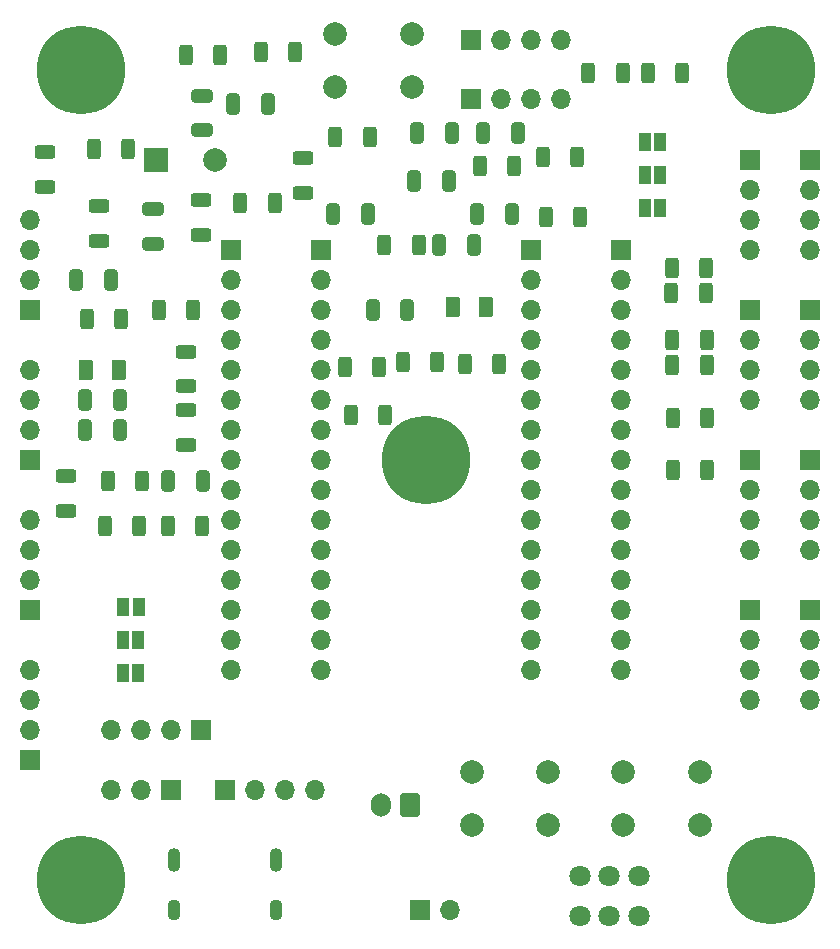
<source format=gbr>
%TF.GenerationSoftware,KiCad,Pcbnew,8.0.7*%
%TF.CreationDate,2025-01-26T03:13:27-05:00*%
%TF.ProjectId,shadow,73686164-6f77-42e6-9b69-6361645f7063,rev?*%
%TF.SameCoordinates,Original*%
%TF.FileFunction,Soldermask,Bot*%
%TF.FilePolarity,Negative*%
%FSLAX46Y46*%
G04 Gerber Fmt 4.6, Leading zero omitted, Abs format (unit mm)*
G04 Created by KiCad (PCBNEW 8.0.7) date 2025-01-26 03:13:27*
%MOMM*%
%LPD*%
G01*
G04 APERTURE LIST*
G04 Aperture macros list*
%AMRoundRect*
0 Rectangle with rounded corners*
0 $1 Rounding radius*
0 $2 $3 $4 $5 $6 $7 $8 $9 X,Y pos of 4 corners*
0 Add a 4 corners polygon primitive as box body*
4,1,4,$2,$3,$4,$5,$6,$7,$8,$9,$2,$3,0*
0 Add four circle primitives for the rounded corners*
1,1,$1+$1,$2,$3*
1,1,$1+$1,$4,$5*
1,1,$1+$1,$6,$7*
1,1,$1+$1,$8,$9*
0 Add four rect primitives between the rounded corners*
20,1,$1+$1,$2,$3,$4,$5,0*
20,1,$1+$1,$4,$5,$6,$7,0*
20,1,$1+$1,$6,$7,$8,$9,0*
20,1,$1+$1,$8,$9,$2,$3,0*%
G04 Aperture macros list end*
%ADD10C,1.800000*%
%ADD11RoundRect,0.250000X0.325000X0.650000X-0.325000X0.650000X-0.325000X-0.650000X0.325000X-0.650000X0*%
%ADD12RoundRect,0.250000X0.312500X0.625000X-0.312500X0.625000X-0.312500X-0.625000X0.312500X-0.625000X0*%
%ADD13RoundRect,0.250000X-0.625000X0.312500X-0.625000X-0.312500X0.625000X-0.312500X0.625000X0.312500X0*%
%ADD14RoundRect,0.250000X-0.312500X-0.625000X0.312500X-0.625000X0.312500X0.625000X-0.312500X0.625000X0*%
%ADD15RoundRect,0.250000X0.625000X-0.312500X0.625000X0.312500X-0.625000X0.312500X-0.625000X-0.312500X0*%
%ADD16O,1.100000X1.800000*%
%ADD17O,1.100000X2.000000*%
%ADD18R,1.700000X1.700000*%
%ADD19O,1.700000X1.700000*%
%ADD20RoundRect,0.250000X0.600000X0.750000X-0.600000X0.750000X-0.600000X-0.750000X0.600000X-0.750000X0*%
%ADD21O,1.700000X2.000000*%
%ADD22C,2.000000*%
%ADD23C,7.500000*%
%ADD24R,2.000000X2.000000*%
%ADD25RoundRect,0.250000X-0.375000X-0.625000X0.375000X-0.625000X0.375000X0.625000X-0.375000X0.625000X0*%
%ADD26R,1.000000X1.500000*%
%ADD27RoundRect,0.250000X-0.325000X-0.650000X0.325000X-0.650000X0.325000X0.650000X-0.325000X0.650000X0*%
%ADD28RoundRect,0.250000X0.650000X-0.325000X0.650000X0.325000X-0.650000X0.325000X-0.650000X-0.325000X0*%
G04 APERTURE END LIST*
D10*
%TO.C,SW3*%
X147574000Y-124968000D03*
X145074000Y-124968000D03*
X142574000Y-124968000D03*
X147574000Y-121568000D03*
X145074000Y-121568000D03*
X142574000Y-121568000D03*
%TD*%
D11*
%TO.C,C15*%
X133858000Y-65532000D03*
X136808000Y-65532000D03*
%TD*%
%TO.C,C14*%
X110646000Y-88138000D03*
X107696000Y-88138000D03*
%TD*%
D12*
%TO.C,R34*%
X150429500Y-76200000D03*
X153354500Y-76200000D03*
%TD*%
D13*
%TO.C,R33*%
X109220000Y-82165000D03*
X109220000Y-85090000D03*
%TD*%
D12*
%TO.C,R32*%
X150424500Y-78364000D03*
X153349500Y-78364000D03*
%TD*%
D14*
%TO.C,R31*%
X106934000Y-73660000D03*
X109859000Y-73660000D03*
%TD*%
D12*
%TO.C,R29*%
X151261000Y-53594000D03*
X148336000Y-53594000D03*
%TD*%
%TO.C,R28*%
X153293000Y-70104000D03*
X150368000Y-70104000D03*
%TD*%
%TO.C,R27*%
X153268000Y-72263000D03*
X150343000Y-72263000D03*
%TD*%
%TO.C,R26*%
X146242500Y-53594000D03*
X143317500Y-53594000D03*
%TD*%
%TO.C,R25*%
X142625000Y-65786000D03*
X139700000Y-65786000D03*
%TD*%
%TO.C,R24*%
X142371000Y-60706000D03*
X139446000Y-60706000D03*
%TD*%
%TO.C,R23*%
X110621000Y-91948000D03*
X107696000Y-91948000D03*
%TD*%
D14*
%TO.C,R22*%
X102362000Y-91948000D03*
X105287000Y-91948000D03*
%TD*%
D13*
%TO.C,R21*%
X99060000Y-87753000D03*
X99060000Y-90678000D03*
%TD*%
D12*
%TO.C,R20*%
X105541000Y-88138000D03*
X102616000Y-88138000D03*
%TD*%
D13*
%TO.C,R19*%
X109220000Y-77216000D03*
X109220000Y-80141000D03*
%TD*%
D14*
%TO.C,R18*%
X100838000Y-74422000D03*
X103763000Y-74422000D03*
%TD*%
D12*
%TO.C,R17*%
X104343100Y-60071000D03*
X101418100Y-60071000D03*
%TD*%
D14*
%TO.C,R16*%
X132842000Y-78232000D03*
X135767000Y-78232000D03*
%TD*%
D12*
%TO.C,R15*%
X118495000Y-51816000D03*
X115570000Y-51816000D03*
%TD*%
%TO.C,R14*%
X112145000Y-52070000D03*
X109220000Y-52070000D03*
%TD*%
D15*
%TO.C,R13*%
X97282000Y-63246000D03*
X97282000Y-60321000D03*
%TD*%
%TO.C,R12*%
X101854000Y-67818000D03*
X101854000Y-64893000D03*
%TD*%
D13*
%TO.C,R11*%
X110490000Y-64385000D03*
X110490000Y-67310000D03*
%TD*%
D12*
%TO.C,R4*%
X137037000Y-61468000D03*
X134112000Y-61468000D03*
%TD*%
%TO.C,R3*%
X125607000Y-78486000D03*
X122682000Y-78486000D03*
%TD*%
D14*
%TO.C,R2*%
X127594500Y-78105000D03*
X130519500Y-78105000D03*
%TD*%
%TO.C,R1*%
X123190000Y-82550000D03*
X126115000Y-82550000D03*
%TD*%
D16*
%TO.C,J1*%
X108200000Y-124460000D03*
X116840000Y-124460000D03*
D17*
X116840000Y-120280000D03*
X108200000Y-120280000D03*
%TD*%
D18*
%TO.C,I2C_PINOUT7*%
X162052000Y-99060000D03*
D19*
X162052000Y-101600000D03*
X162052000Y-104140000D03*
X162052000Y-106680000D03*
%TD*%
D18*
%TO.C,I2C_PINOUT9*%
X96037000Y-86360000D03*
D19*
X96037000Y-83820000D03*
X96037000Y-81280000D03*
X96037000Y-78740000D03*
%TD*%
D20*
%TO.C,BATT_JST1*%
X128230000Y-115570000D03*
D21*
X125730000Y-115570000D03*
%TD*%
D18*
%TO.C,I2C_PINOUT10*%
X96037000Y-99060000D03*
D19*
X96037000Y-96520000D03*
X96037000Y-93980000D03*
X96037000Y-91440000D03*
%TD*%
D18*
%TO.C,I2C_PINOUT8*%
X96037000Y-73660000D03*
D19*
X96037000Y-71120000D03*
X96037000Y-68580000D03*
X96037000Y-66040000D03*
%TD*%
D18*
%TO.C,I2C_PINOUT0*%
X156972000Y-60960000D03*
D19*
X156972000Y-63500000D03*
X156972000Y-66040000D03*
X156972000Y-68580000D03*
%TD*%
D18*
%TO.C,I2C_PINOUT12*%
X110490000Y-109220000D03*
D19*
X107950000Y-109220000D03*
X105410000Y-109220000D03*
X102870000Y-109220000D03*
%TD*%
D18*
%TO.C,UART1*%
X107950000Y-114300000D03*
D19*
X105410000Y-114300000D03*
X102870000Y-114300000D03*
%TD*%
D18*
%TO.C,I2C_PINOUT2*%
X156972000Y-86360000D03*
D19*
X156972000Y-88900000D03*
X156972000Y-91440000D03*
X156972000Y-93980000D03*
%TD*%
D22*
%TO.C,SW2*%
X146277000Y-112812000D03*
X152777000Y-112812000D03*
X146277000Y-117312000D03*
X152777000Y-117312000D03*
%TD*%
D18*
%TO.C,PICO_R1*%
X138430000Y-68580000D03*
D19*
X138430000Y-71120000D03*
X138430000Y-73660000D03*
X138430000Y-76200000D03*
X138430000Y-78740000D03*
X138430000Y-81280000D03*
X138430000Y-83820000D03*
X138430000Y-86360000D03*
X138430000Y-88900000D03*
X138430000Y-91440000D03*
X138430000Y-93980000D03*
X138430000Y-96520000D03*
X138430000Y-99060000D03*
X138430000Y-101600000D03*
X138430000Y-104140000D03*
%TD*%
D22*
%TO.C,RST_SW1*%
X121870000Y-50328000D03*
X128370000Y-50328000D03*
X121870000Y-54828000D03*
X128370000Y-54828000D03*
%TD*%
D23*
%TO.C,H4*%
X100330000Y-121920000D03*
%TD*%
D18*
%TO.C,OLED_CONN1*%
X112557000Y-114300000D03*
D19*
X115097000Y-114300000D03*
X117637000Y-114300000D03*
X120177000Y-114300000D03*
%TD*%
D23*
%TO.C,H5*%
X158750000Y-121920000D03*
%TD*%
D18*
%TO.C,I2C_PINOUT5*%
X162052000Y-73660000D03*
D19*
X162052000Y-76200000D03*
X162052000Y-78740000D03*
X162052000Y-81280000D03*
%TD*%
D18*
%TO.C,I2C_PINOUT6*%
X162052000Y-86360000D03*
D19*
X162052000Y-88900000D03*
X162052000Y-91440000D03*
X162052000Y-93980000D03*
%TD*%
D18*
%TO.C,MOTOR_CONN1*%
X129057000Y-124460000D03*
D19*
X131597000Y-124460000D03*
%TD*%
D22*
%TO.C,SW1*%
X133427000Y-112812000D03*
X139927000Y-112812000D03*
X133427000Y-117312000D03*
X139927000Y-117312000D03*
%TD*%
D23*
%TO.C,H1*%
X100330000Y-53340000D03*
%TD*%
D18*
%TO.C,US1*%
X133350000Y-55855000D03*
D19*
X135890000Y-55855000D03*
X138430000Y-55855000D03*
X140970000Y-55855000D03*
%TD*%
D18*
%TO.C,GPIO_L1*%
X113030000Y-68580000D03*
D19*
X113030000Y-71120000D03*
X113030000Y-73660000D03*
X113030000Y-76200000D03*
X113030000Y-78740000D03*
X113030000Y-81280000D03*
X113030000Y-83820000D03*
X113030000Y-86360000D03*
X113030000Y-88900000D03*
X113030000Y-91440000D03*
X113030000Y-93980000D03*
X113030000Y-96520000D03*
X113030000Y-99060000D03*
X113030000Y-101600000D03*
X113030000Y-104140000D03*
%TD*%
D18*
%TO.C,I2C_PINOUT4*%
X162052000Y-60960000D03*
D19*
X162052000Y-63500000D03*
X162052000Y-66040000D03*
X162052000Y-68580000D03*
%TD*%
D23*
%TO.C,H3*%
X129540000Y-86360000D03*
%TD*%
D18*
%TO.C,I2C_PINOUT1*%
X156997000Y-73660000D03*
D19*
X156997000Y-76200000D03*
X156997000Y-78740000D03*
X156997000Y-81280000D03*
%TD*%
D18*
%TO.C,PICO_L1*%
X120650000Y-68610000D03*
D19*
X120650000Y-71150000D03*
X120650000Y-73690000D03*
X120650000Y-76230000D03*
X120650000Y-78770000D03*
X120650000Y-81310000D03*
X120650000Y-83850000D03*
X120650000Y-86390000D03*
X120650000Y-88930000D03*
X120650000Y-91470000D03*
X120650000Y-94010000D03*
X120650000Y-96550000D03*
X120650000Y-99090000D03*
X120650000Y-101630000D03*
X120650000Y-104170000D03*
%TD*%
D23*
%TO.C,H2*%
X158750000Y-53340000D03*
%TD*%
D18*
%TO.C,I2C_PINOUT11*%
X96037000Y-111760000D03*
D19*
X96037000Y-109220000D03*
X96037000Y-106680000D03*
X96037000Y-104140000D03*
%TD*%
D18*
%TO.C,GPIO_R1*%
X146050000Y-68580000D03*
D19*
X146050000Y-71120000D03*
X146050000Y-73660000D03*
X146050000Y-76200000D03*
X146050000Y-78740000D03*
X146050000Y-81280000D03*
X146050000Y-83820000D03*
X146050000Y-86360000D03*
X146050000Y-88900000D03*
X146050000Y-91440000D03*
X146050000Y-93980000D03*
X146050000Y-96520000D03*
X146050000Y-99060000D03*
X146050000Y-101600000D03*
X146050000Y-104140000D03*
%TD*%
D18*
%TO.C,I2C_PINOUT3*%
X156972000Y-99060000D03*
D19*
X156972000Y-101600000D03*
X156972000Y-104140000D03*
X156972000Y-106680000D03*
%TD*%
D18*
%TO.C,ARR1*%
X133350000Y-50800000D03*
D19*
X135890000Y-50800000D03*
X138430000Y-50800000D03*
X140970000Y-50800000D03*
%TD*%
D24*
%TO.C,C13*%
X106683800Y-60985400D03*
D22*
X111683800Y-60985400D03*
%TD*%
D25*
%TO.C,D2*%
X100736000Y-78740000D03*
X103536000Y-78740000D03*
%TD*%
D11*
%TO.C,C4*%
X127992000Y-73660000D03*
X125042000Y-73660000D03*
%TD*%
D26*
%TO.C,JP6*%
X149409000Y-59436000D03*
X148109000Y-59436000D03*
%TD*%
D11*
%TO.C,C7*%
X124616000Y-65532000D03*
X121666000Y-65532000D03*
%TD*%
%TO.C,C12*%
X103657000Y-83820000D03*
X100707000Y-83820000D03*
%TD*%
D26*
%TO.C,JP7*%
X149407000Y-62230000D03*
X148107000Y-62230000D03*
%TD*%
D25*
%TO.C,D1*%
X131826000Y-73406000D03*
X134626000Y-73406000D03*
%TD*%
D11*
%TO.C,C5*%
X131474000Y-62738000D03*
X128524000Y-62738000D03*
%TD*%
D12*
%TO.C,R8*%
X153379500Y-82804000D03*
X150454500Y-82804000D03*
%TD*%
D11*
%TO.C,C10*%
X102870000Y-71120000D03*
X99920000Y-71120000D03*
%TD*%
%TO.C,C9*%
X116152000Y-56220000D03*
X113202000Y-56220000D03*
%TD*%
D12*
%TO.C,R9*%
X153379500Y-87249000D03*
X150454500Y-87249000D03*
%TD*%
D26*
%TO.C,JP3*%
X105226000Y-98806000D03*
X103926000Y-98806000D03*
%TD*%
D14*
%TO.C,R6*%
X121879500Y-59055000D03*
X124804500Y-59055000D03*
%TD*%
D27*
%TO.C,C2*%
X134366000Y-58674000D03*
X137316000Y-58674000D03*
%TD*%
D11*
%TO.C,C11*%
X103657000Y-81280000D03*
X100707000Y-81280000D03*
%TD*%
%TO.C,C1*%
X131728000Y-58674000D03*
X128778000Y-58674000D03*
%TD*%
D12*
%TO.C,R10*%
X128930000Y-68199000D03*
X126005000Y-68199000D03*
%TD*%
D14*
%TO.C,R5*%
X113828100Y-64617600D03*
X116753100Y-64617600D03*
%TD*%
D26*
%TO.C,JP8*%
X149409000Y-65024000D03*
X148109000Y-65024000D03*
%TD*%
D11*
%TO.C,C6*%
X133641500Y-68199000D03*
X130691500Y-68199000D03*
%TD*%
D15*
%TO.C,R7*%
X119126000Y-63754000D03*
X119126000Y-60829000D03*
%TD*%
D28*
%TO.C,C8*%
X110607300Y-58474400D03*
X110607300Y-55524400D03*
%TD*%
D26*
%TO.C,JP4*%
X105211000Y-101600000D03*
X103911000Y-101600000D03*
%TD*%
D28*
%TO.C,C3*%
X106426000Y-68072000D03*
X106426000Y-65122000D03*
%TD*%
D26*
%TO.C,JP5*%
X105211000Y-104394000D03*
X103911000Y-104394000D03*
%TD*%
M02*

</source>
